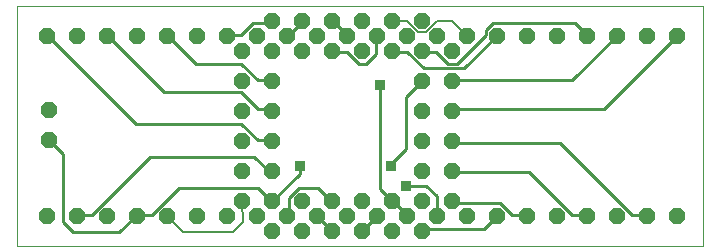
<source format=gtl>
G75*
%MOIN*%
%OFA0B0*%
%FSLAX25Y25*%
%IPPOS*%
%LPD*%
%AMOC8*
5,1,8,0,0,1.08239X$1,22.5*
%
%ADD10C,0.00000*%
%ADD11OC8,0.05200*%
%ADD12OC8,0.05600*%
%ADD13C,0.00900*%
%ADD14C,0.00800*%
%ADD15C,0.00600*%
%ADD16R,0.03169X0.03169*%
%ADD17C,0.01000*%
D10*
X0001000Y0001300D02*
X0001000Y0081261D01*
X0229701Y0081261D01*
X0229701Y0001300D01*
X0001000Y0001300D01*
D11*
X0011000Y0011300D03*
X0021000Y0011300D03*
X0031000Y0011300D03*
X0041000Y0011300D03*
X0051000Y0011300D03*
X0061000Y0011300D03*
X0071000Y0011300D03*
X0081000Y0011300D03*
X0091000Y0011300D03*
X0101000Y0011300D03*
X0111000Y0011300D03*
X0121000Y0011300D03*
X0131000Y0011300D03*
X0141000Y0011300D03*
X0151000Y0011300D03*
X0161000Y0011300D03*
X0171000Y0011300D03*
X0181000Y0011300D03*
X0191000Y0011300D03*
X0201000Y0011300D03*
X0211000Y0011300D03*
X0221000Y0011300D03*
X0146000Y0016300D03*
X0136000Y0016300D03*
X0126000Y0016300D03*
X0116000Y0016300D03*
X0106000Y0016300D03*
X0096000Y0016300D03*
X0086000Y0016300D03*
X0076000Y0016300D03*
X0076000Y0026300D03*
X0086000Y0026300D03*
X0086000Y0036300D03*
X0076000Y0036300D03*
X0076000Y0046300D03*
X0086000Y0046300D03*
X0086000Y0056300D03*
X0076000Y0056300D03*
X0076000Y0066300D03*
X0086000Y0066300D03*
X0096000Y0066300D03*
X0106000Y0066300D03*
X0116000Y0066300D03*
X0126000Y0066300D03*
X0136000Y0066300D03*
X0146000Y0066300D03*
X0141000Y0071300D03*
X0151000Y0071300D03*
X0161000Y0071300D03*
X0171000Y0071300D03*
X0181000Y0071300D03*
X0191000Y0071300D03*
X0201000Y0071300D03*
X0211000Y0071300D03*
X0221000Y0071300D03*
X0146000Y0056300D03*
X0136000Y0056300D03*
X0136000Y0046300D03*
X0146000Y0046300D03*
X0146000Y0036300D03*
X0136000Y0036300D03*
X0136000Y0026300D03*
X0146000Y0026300D03*
X0136000Y0006300D03*
X0126000Y0006300D03*
X0116000Y0006300D03*
X0106000Y0006300D03*
X0096000Y0006300D03*
X0086000Y0006300D03*
X0081000Y0071300D03*
X0091000Y0071300D03*
X0101000Y0071300D03*
X0111000Y0071300D03*
X0121000Y0071300D03*
X0131000Y0071300D03*
X0126000Y0076300D03*
X0116000Y0076300D03*
X0106000Y0076300D03*
X0096000Y0076300D03*
X0086000Y0076300D03*
X0071000Y0071300D03*
X0061000Y0071300D03*
X0051000Y0071300D03*
X0041000Y0071300D03*
X0031000Y0071300D03*
X0021000Y0071300D03*
X0011000Y0071300D03*
X0136000Y0076300D03*
D12*
X0011712Y0046475D03*
X0011712Y0036475D03*
D13*
X0040450Y0042100D02*
X0011650Y0070900D01*
X0011000Y0071300D01*
X0031000Y0071300D02*
X0031650Y0070900D01*
X0050050Y0052500D01*
X0075650Y0052500D01*
X0081250Y0046900D01*
X0085250Y0046900D01*
X0086000Y0046300D01*
X0081250Y0036500D02*
X0075650Y0042100D01*
X0040450Y0042100D01*
X0045200Y0030850D02*
X0080000Y0030850D01*
X0085250Y0026100D01*
X0086000Y0026300D01*
X0081250Y0020500D02*
X0085250Y0016500D01*
X0086000Y0016300D01*
X0091650Y0017300D02*
X0094850Y0020500D01*
X0101250Y0020500D01*
X0105250Y0016500D01*
X0106000Y0016300D01*
X0101000Y0011300D02*
X0101250Y0010900D01*
X0105250Y0006900D01*
X0106000Y0006300D01*
X0116000Y0006300D02*
X0116450Y0006900D01*
X0120450Y0010900D01*
X0121000Y0011300D01*
X0126450Y0016100D02*
X0130850Y0011700D01*
X0131000Y0011300D01*
X0136450Y0006900D02*
X0136000Y0006300D01*
X0136450Y0006900D02*
X0156450Y0006900D01*
X0160450Y0010900D01*
X0161000Y0011300D01*
X0162050Y0015700D02*
X0166050Y0011700D01*
X0170850Y0011700D01*
X0171000Y0011300D01*
X0162050Y0015700D02*
X0146050Y0015700D01*
X0146000Y0016300D01*
X0126450Y0016100D02*
X0126050Y0016500D01*
X0146050Y0026100D02*
X0146000Y0026300D01*
X0146050Y0026100D02*
X0171650Y0026100D01*
X0186050Y0011700D01*
X0190850Y0011700D01*
X0191000Y0011300D01*
X0206050Y0011700D02*
X0182050Y0035700D01*
X0146050Y0035700D01*
X0146000Y0036300D01*
X0146000Y0046300D02*
X0146050Y0046900D01*
X0196450Y0046900D01*
X0220450Y0070900D01*
X0221000Y0071300D01*
X0201000Y0071300D02*
X0200450Y0070900D01*
X0186050Y0056500D01*
X0146050Y0056500D01*
X0146000Y0056300D01*
X0150050Y0060500D02*
X0136450Y0060500D01*
X0130850Y0066100D01*
X0126050Y0066100D01*
X0126000Y0066300D01*
X0120450Y0065300D02*
X0120450Y0070900D01*
X0121000Y0071300D01*
X0111000Y0071300D02*
X0110850Y0071700D01*
X0106050Y0076500D01*
X0106000Y0076300D01*
X0096000Y0076300D02*
X0095650Y0075700D01*
X0091650Y0071700D01*
X0091000Y0071300D01*
X0086000Y0076300D02*
X0085250Y0075700D01*
X0079650Y0075700D01*
X0075650Y0071700D01*
X0071650Y0071700D01*
X0071000Y0071300D01*
X0060450Y0062100D02*
X0051650Y0070900D01*
X0051000Y0071300D01*
X0060450Y0062100D02*
X0075650Y0062100D01*
X0081250Y0056500D01*
X0085250Y0056500D01*
X0086000Y0056300D01*
X0106050Y0066100D02*
X0106000Y0066300D01*
X0106050Y0066100D02*
X0110850Y0066100D01*
X0114850Y0062100D01*
X0117250Y0062100D01*
X0120450Y0065300D01*
X0136000Y0066300D02*
X0136450Y0066100D01*
X0140450Y0066100D01*
X0144450Y0062100D01*
X0147650Y0062100D01*
X0157250Y0071700D01*
X0157250Y0073300D01*
X0159650Y0075700D01*
X0186850Y0075700D01*
X0190850Y0071700D01*
X0191000Y0071300D01*
X0161000Y0071300D02*
X0160450Y0070900D01*
X0150050Y0060500D01*
X0086000Y0036300D02*
X0085250Y0036500D01*
X0081250Y0036500D01*
X0045200Y0030850D02*
X0026050Y0011700D01*
X0021250Y0011700D01*
X0021000Y0011300D01*
X0041000Y0011300D02*
X0041250Y0011700D01*
X0046050Y0011700D01*
X0054850Y0020500D01*
X0081250Y0020500D01*
X0091650Y0017300D02*
X0091650Y0011700D01*
X0091000Y0011300D01*
X0206050Y0011700D02*
X0210850Y0011700D01*
X0211000Y0011300D01*
D14*
X0141000Y0011300D02*
X0140763Y0011537D01*
X0126300Y0015887D02*
X0126269Y0015919D01*
X0125969Y0016219D01*
X0125625Y0028125D02*
X0125625Y0028562D01*
X0086000Y0016750D02*
X0086000Y0016300D01*
X0076000Y0016300D02*
X0076238Y0009213D01*
X0072900Y0005875D01*
X0056212Y0005875D01*
X0051000Y0011300D01*
X0041000Y0011300D02*
X0040500Y0011300D01*
X0146000Y0076300D02*
X0151000Y0071300D01*
X0146000Y0076300D02*
X0141000Y0076300D01*
X0131000Y0076300D02*
X0126000Y0076300D01*
D15*
X0131000Y0076300D02*
X0134750Y0072550D01*
X0137250Y0072550D01*
X0141000Y0076300D01*
X0126250Y0016500D02*
X0126000Y0016300D01*
X0125969Y0016219D02*
X0126250Y0016500D01*
X0126450Y0016100D02*
X0126269Y0015919D01*
X0126250Y0015900D01*
D16*
X0130750Y0021450D03*
X0125625Y0028125D03*
X0095150Y0028125D03*
X0121850Y0054825D03*
D17*
X0121850Y0020338D01*
X0125969Y0016219D01*
X0130750Y0021450D02*
X0137425Y0021450D01*
X0141000Y0017875D01*
X0141000Y0011300D01*
X0095150Y0025450D02*
X0095150Y0028125D01*
X0095150Y0025450D02*
X0086000Y0016300D01*
X0125625Y0028562D02*
X0130750Y0033688D01*
X0130750Y0051050D01*
X0136000Y0056300D01*
X0016162Y0032025D02*
X0016162Y0009213D01*
X0019500Y0005875D01*
X0035075Y0005875D01*
X0040500Y0011300D01*
X0016162Y0032025D02*
X0011712Y0036475D01*
M02*

</source>
